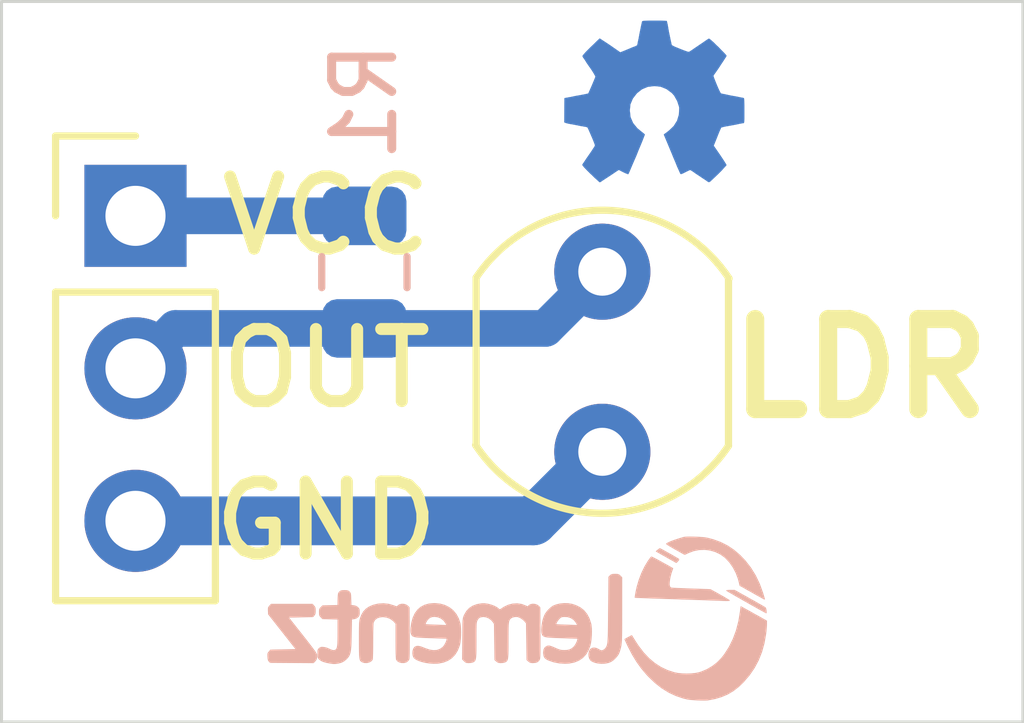
<source format=kicad_pcb>
(kicad_pcb (version 20171130) (host pcbnew 5.1.5-52549c5~86~ubuntu16.04.1)

  (general
    (thickness 1.6)
    (drawings 8)
    (tracks 7)
    (zones 0)
    (modules 7)
    (nets 4)
  )

  (page A4)
  (title_block
    (title "LDR Module")
    (date 2020-11-12)
    (rev V1.0)
    (company "Elementz Engineers Guild Pvt Ltd")
    (comment 1 "Verified by : Jerryl")
    (comment 2 "Drawn by : Anandu")
  )

  (layers
    (0 F.Cu signal)
    (31 B.Cu signal)
    (32 B.Adhes user hide)
    (33 F.Adhes user hide)
    (34 B.Paste user)
    (35 F.Paste user)
    (36 B.SilkS user)
    (37 F.SilkS user)
    (38 B.Mask user)
    (39 F.Mask user)
    (40 Dwgs.User user)
    (41 Cmts.User user)
    (42 Eco1.User user)
    (43 Eco2.User user)
    (44 Edge.Cuts user)
    (45 Margin user hide)
    (46 B.CrtYd user hide)
    (47 F.CrtYd user hide)
    (48 B.Fab user hide)
    (49 F.Fab user hide)
  )

  (setup
    (last_trace_width 0.6096)
    (trace_clearance 0.2)
    (zone_clearance 0.508)
    (zone_45_only no)
    (trace_min 0.2)
    (via_size 0.8)
    (via_drill 0.4)
    (via_min_size 0.4)
    (via_min_drill 0.3)
    (uvia_size 0.3)
    (uvia_drill 0.1)
    (uvias_allowed no)
    (uvia_min_size 0.2)
    (uvia_min_drill 0.1)
    (edge_width 0.05)
    (segment_width 0.2)
    (pcb_text_width 0.3)
    (pcb_text_size 1.5 1.5)
    (mod_edge_width 0.12)
    (mod_text_size 1 1)
    (mod_text_width 0.15)
    (pad_size 1.524 1.524)
    (pad_drill 0.762)
    (pad_to_mask_clearance 0)
    (aux_axis_origin 0 0)
    (visible_elements FFFFFF7F)
    (pcbplotparams
      (layerselection 0x010f4_fffffffe)
      (usegerberextensions false)
      (usegerberattributes true)
      (usegerberadvancedattributes true)
      (creategerberjobfile true)
      (excludeedgelayer true)
      (linewidth 0.100000)
      (plotframeref false)
      (viasonmask false)
      (mode 1)
      (useauxorigin false)
      (hpglpennumber 1)
      (hpglpenspeed 20)
      (hpglpendiameter 15.000000)
      (psnegative false)
      (psa4output false)
      (plotreference true)
      (plotvalue false)
      (plotinvisibletext false)
      (padsonsilk false)
      (subtractmaskfromsilk false)
      (outputformat 1)
      (mirror false)
      (drillshape 0)
      (scaleselection 1)
      (outputdirectory "Gerber"))
  )

  (net 0 "")
  (net 1 GND)
  (net 2 /OUT)
  (net 3 VCC)

  (net_class Default "This is the default net class."
    (clearance 0.2)
    (trace_width 0.6096)
    (via_dia 0.8)
    (via_drill 0.4)
    (uvia_dia 0.3)
    (uvia_drill 0.1)
    (add_net /OUT)
    (add_net VCC)
  )

  (net_class GND ""
    (clearance 0.2)
    (trace_width 0.8128)
    (via_dia 0.8)
    (via_drill 0.4)
    (uvia_dia 0.3)
    (uvia_drill 0.1)
    (add_net GND)
  )

  (module OSHW-logo:OSHW-logo_copper-back_3mm (layer B.Cu) (tedit 0) (tstamp 5FABBC4F)
    (at 145.161 84.709 180)
    (fp_text reference G*** (at 0 -1.59004 180) (layer F.SilkS) hide
      (effects (font (size 0.13462 0.13462) (thickness 0.0254)))
    )
    (fp_text value OSHW-logo_copper-back_3mm (at 0 1.59004 180) (layer F.SilkS) hide
      (effects (font (size 0.13462 0.13462) (thickness 0.0254)))
    )
    (fp_poly (pts (xy 0.90932 -1.3462) (xy 0.89154 -1.33858) (xy 0.85852 -1.31572) (xy 0.80772 -1.2827)
      (xy 0.7493 -1.2446) (xy 0.68834 -1.20396) (xy 0.64008 -1.17094) (xy 0.60452 -1.14808)
      (xy 0.59182 -1.14046) (xy 0.5842 -1.143) (xy 0.55626 -1.15824) (xy 0.51562 -1.17856)
      (xy 0.49022 -1.19126) (xy 0.45212 -1.2065) (xy 0.43434 -1.21158) (xy 0.4318 -1.2065)
      (xy 0.41656 -1.17602) (xy 0.39624 -1.12776) (xy 0.3683 -1.06172) (xy 0.33528 -0.98552)
      (xy 0.29972 -0.90424) (xy 0.2667 -0.82042) (xy 0.23368 -0.74168) (xy 0.2032 -0.66802)
      (xy 0.18034 -0.6096) (xy 0.1651 -0.56896) (xy 0.15748 -0.55118) (xy 0.16002 -0.54864)
      (xy 0.1778 -0.53086) (xy 0.21082 -0.50546) (xy 0.28194 -0.44704) (xy 0.35306 -0.36068)
      (xy 0.39624 -0.26162) (xy 0.40894 -0.14986) (xy 0.39878 -0.04826) (xy 0.35814 0.04826)
      (xy 0.28956 0.13716) (xy 0.20574 0.2032) (xy 0.10922 0.24384) (xy 0 0.25654)
      (xy -0.10414 0.24638) (xy -0.2032 0.20574) (xy -0.2921 0.1397) (xy -0.3302 0.09652)
      (xy -0.381 0.00508) (xy -0.41148 -0.0889) (xy -0.41402 -0.11176) (xy -0.40894 -0.21844)
      (xy -0.37846 -0.32004) (xy -0.32258 -0.40894) (xy -0.24638 -0.4826) (xy -0.23622 -0.49022)
      (xy -0.20066 -0.51816) (xy -0.17526 -0.53594) (xy -0.15748 -0.55118) (xy -0.2921 -0.87376)
      (xy -0.31242 -0.92456) (xy -0.35052 -1.01346) (xy -0.381 -1.08966) (xy -0.40894 -1.15062)
      (xy -0.42672 -1.19126) (xy -0.43434 -1.2065) (xy -0.44704 -1.20904) (xy -0.4699 -1.20142)
      (xy -0.51562 -1.17856) (xy -0.5461 -1.16332) (xy -0.57912 -1.14808) (xy -0.59436 -1.14046)
      (xy -0.6096 -1.14808) (xy -0.64262 -1.1684) (xy -0.68834 -1.20142) (xy -0.74676 -1.23952)
      (xy -0.80264 -1.27762) (xy -0.85344 -1.31064) (xy -0.889 -1.33604) (xy -0.90678 -1.34366)
      (xy -0.90932 -1.34366) (xy -0.9271 -1.33604) (xy -0.95504 -1.31064) (xy -0.99822 -1.27)
      (xy -1.06172 -1.20904) (xy -1.07188 -1.19888) (xy -1.12268 -1.14808) (xy -1.16332 -1.10236)
      (xy -1.19126 -1.07188) (xy -1.20142 -1.05918) (xy -1.19126 -1.0414) (xy -1.1684 -1.0033)
      (xy -1.13538 -0.9525) (xy -1.09474 -0.89154) (xy -0.98806 -0.7366) (xy -1.04648 -0.59182)
      (xy -1.06426 -0.5461) (xy -1.08712 -0.49022) (xy -1.1049 -0.45212) (xy -1.11252 -0.43434)
      (xy -1.1303 -0.42926) (xy -1.1684 -0.4191) (xy -1.22682 -0.40894) (xy -1.29794 -0.39624)
      (xy -1.36398 -0.38354) (xy -1.4224 -0.37084) (xy -1.46558 -0.36322) (xy -1.4859 -0.36068)
      (xy -1.49098 -0.3556) (xy -1.49352 -0.34798) (xy -1.49606 -0.32766) (xy -1.4986 -0.28956)
      (xy -1.4986 -0.23368) (xy -1.4986 -0.14986) (xy -1.4986 -0.14224) (xy -1.4986 -0.0635)
      (xy -1.49606 0) (xy -1.49352 0.0381) (xy -1.49098 0.05588) (xy -1.4732 0.06096)
      (xy -1.43002 0.06858) (xy -1.3716 0.08128) (xy -1.30048 0.09398) (xy -1.2954 0.09398)
      (xy -1.22428 0.10922) (xy -1.16586 0.12192) (xy -1.12268 0.12954) (xy -1.1049 0.13716)
      (xy -1.10236 0.14224) (xy -1.08712 0.17018) (xy -1.0668 0.21336) (xy -1.04394 0.2667)
      (xy -1.02108 0.32258) (xy -1.00076 0.37338) (xy -0.98806 0.40894) (xy -0.98298 0.42672)
      (xy -0.99314 0.4445) (xy -1.01854 0.48006) (xy -1.0541 0.53086) (xy -1.09474 0.59182)
      (xy -1.09728 0.5969) (xy -1.13792 0.65786) (xy -1.17094 0.70866) (xy -1.1938 0.74422)
      (xy -1.20142 0.75946) (xy -1.20142 0.762) (xy -1.18872 0.77978) (xy -1.15824 0.8128)
      (xy -1.11252 0.85852) (xy -1.06172 0.91186) (xy -1.04394 0.9271) (xy -0.98552 0.98552)
      (xy -0.94488 1.02108) (xy -0.91948 1.0414) (xy -0.90932 1.04648) (xy -0.90678 1.04648)
      (xy -0.889 1.03632) (xy -0.8509 1.01092) (xy -0.8001 0.97536) (xy -0.73914 0.93472)
      (xy -0.7366 0.93218) (xy -0.67564 0.89154) (xy -0.62484 0.85598) (xy -0.58928 0.83312)
      (xy -0.57404 0.8255) (xy -0.5715 0.8255) (xy -0.54864 0.83058) (xy -0.50546 0.84582)
      (xy -0.45212 0.86614) (xy -0.39624 0.889) (xy -0.34544 0.90932) (xy -0.30988 0.9271)
      (xy -0.2921 0.93726) (xy -0.28956 0.93726) (xy -0.28448 0.96012) (xy -0.27432 1.00584)
      (xy -0.26162 1.0668) (xy -0.24638 1.14046) (xy -0.24384 1.15062) (xy -0.23114 1.22428)
      (xy -0.22098 1.2827) (xy -0.21082 1.32334) (xy -0.20828 1.34112) (xy -0.19812 1.34112)
      (xy -0.16256 1.34366) (xy -0.10922 1.3462) (xy -0.04318 1.3462) (xy 0.02286 1.3462)
      (xy 0.0889 1.3462) (xy 0.14478 1.34366) (xy 0.18542 1.34112) (xy 0.2032 1.33604)
      (xy 0.20828 1.31318) (xy 0.21844 1.27) (xy 0.23114 1.2065) (xy 0.24638 1.13284)
      (xy 0.24892 1.12014) (xy 0.26162 1.04902) (xy 0.27432 0.9906) (xy 0.28194 0.94996)
      (xy 0.28702 0.93472) (xy 0.2921 0.93218) (xy 0.32258 0.91694) (xy 0.37084 0.89916)
      (xy 0.42926 0.87376) (xy 0.56642 0.81788) (xy 0.73406 0.93472) (xy 0.7493 0.94488)
      (xy 0.81026 0.98552) (xy 0.86106 1.01854) (xy 0.89662 1.0414) (xy 0.90932 1.04902)
      (xy 0.91186 1.04902) (xy 0.9271 1.03378) (xy 0.96012 1.0033) (xy 1.00584 0.95758)
      (xy 1.05918 0.90678) (xy 1.09982 0.86614) (xy 1.14554 0.82042) (xy 1.17348 0.7874)
      (xy 1.19126 0.76708) (xy 1.19634 0.75438) (xy 1.1938 0.74676) (xy 1.18364 0.72898)
      (xy 1.15824 0.69342) (xy 1.12522 0.64008) (xy 1.08458 0.58166) (xy 1.04902 0.53086)
      (xy 1.01346 0.47498) (xy 0.9906 0.43434) (xy 0.98044 0.41656) (xy 0.98298 0.4064)
      (xy 0.99568 0.37338) (xy 1.016 0.32512) (xy 1.0414 0.26416) (xy 1.09982 0.13208)
      (xy 1.18618 0.1143) (xy 1.23952 0.10414) (xy 1.31318 0.09144) (xy 1.3843 0.0762)
      (xy 1.49606 0.05588) (xy 1.4986 -0.34798) (xy 1.48082 -0.3556) (xy 1.46558 -0.36068)
      (xy 1.42494 -0.37084) (xy 1.36652 -0.381) (xy 1.29794 -0.3937) (xy 1.23698 -0.4064)
      (xy 1.17856 -0.41656) (xy 1.13538 -0.42418) (xy 1.1176 -0.42926) (xy 1.11252 -0.43434)
      (xy 1.09728 -0.46482) (xy 1.07696 -0.51054) (xy 1.0541 -0.56388) (xy 1.0287 -0.6223)
      (xy 1.00838 -0.6731) (xy 0.99314 -0.71374) (xy 0.98806 -0.73406) (xy 0.99568 -0.7493)
      (xy 1.01854 -0.78486) (xy 1.05156 -0.83566) (xy 1.0922 -0.89408) (xy 1.13284 -0.9525)
      (xy 1.16586 -1.0033) (xy 1.19126 -1.03886) (xy 1.19888 -1.05664) (xy 1.1938 -1.0668)
      (xy 1.17094 -1.09474) (xy 1.12776 -1.14046) (xy 1.06172 -1.2065) (xy 1.04902 -1.21666)
      (xy 0.99822 -1.26746) (xy 0.9525 -1.3081) (xy 0.92202 -1.33604) (xy 0.90932 -1.3462)) (layer B.Cu) (width 0.00254))
  )

  (module Logo:LOGO_8 (layer B.Cu) (tedit 0) (tstamp 5FAC182F)
    (at 142.881524 93.322196 180)
    (fp_text reference G*** (at 0 0) (layer B.SilkS) hide
      (effects (font (size 1.524 1.524) (thickness 0.3)) (justify mirror))
    )
    (fp_text value LOGO (at 0.75 0) (layer B.SilkS) hide
      (effects (font (size 1.524 1.524) (thickness 0.3)) (justify mirror))
    )
    (fp_poly (pts (xy -3.718405 0.19203) (xy -3.715389 0.170434) (xy -3.711427 0.139492) (xy -3.708871 0.118533)
      (xy -3.682269 -0.043527) (xy -3.642532 -0.196306) (xy -3.589886 -0.339242) (xy -3.524555 -0.471779)
      (xy -3.446765 -0.593357) (xy -3.395962 -0.658707) (xy -3.326367 -0.730115) (xy -3.244608 -0.793452)
      (xy -3.154482 -0.846301) (xy -3.059786 -0.886247) (xy -3.018366 -0.898921) (xy -2.960659 -0.910251)
      (xy -2.891944 -0.917009) (xy -2.817517 -0.919201) (xy -2.742673 -0.916836) (xy -2.672707 -0.90992)
      (xy -2.612914 -0.898461) (xy -2.612534 -0.898362) (xy -2.496847 -0.860464) (xy -2.388295 -0.808691)
      (xy -2.286307 -0.742582) (xy -2.190311 -0.661676) (xy -2.099738 -0.565512) (xy -2.014015 -0.45363)
      (xy -1.961045 -0.372936) (xy -1.902891 -0.279122) (xy -1.846795 -0.310139) (xy -1.819568 -0.32529)
      (xy -1.798755 -0.337055) (xy -1.788227 -0.343241) (xy -1.787729 -0.343587) (xy -1.790205 -0.351619)
      (xy -1.798965 -0.37224) (xy -1.812835 -0.402838) (xy -1.830639 -0.440802) (xy -1.843498 -0.467635)
      (xy -1.913108 -0.601569) (xy -1.98644 -0.721942) (xy -2.065737 -0.83206) (xy -2.153241 -0.935232)
      (xy -2.180167 -0.964004) (xy -2.288411 -1.067746) (xy -2.399705 -1.155273) (xy -2.515072 -1.227183)
      (xy -2.635533 -1.284073) (xy -2.762109 -1.326539) (xy -2.827866 -1.34252) (xy -2.858635 -1.347368)
      (xy -2.901251 -1.351741) (xy -2.951556 -1.355451) (xy -3.005389 -1.358313) (xy -3.058588 -1.36014)
      (xy -3.106994 -1.360746) (xy -3.146445 -1.359944) (xy -3.170767 -1.357878) (xy -3.292353 -1.334261)
      (xy -3.401416 -1.301711) (xy -3.500562 -1.258901) (xy -3.592396 -1.204503) (xy -3.679524 -1.137192)
      (xy -3.764552 -1.055639) (xy -3.764743 -1.055438) (xy -3.862206 -0.941805) (xy -3.944999 -0.820891)
      (xy -4.013446 -0.691993) (xy -4.067872 -0.554408) (xy -4.108601 -0.407433) (xy -4.135819 -0.25145)
      (xy -4.141113 -0.205168) (xy -4.145348 -0.158436) (xy -4.14801 -0.117511) (xy -4.148666 -0.094409)
      (xy -4.148666 -0.037285) (xy -3.935047 0.082416) (xy -3.880527 0.112888) (xy -3.831042 0.140392)
      (xy -3.788445 0.163913) (xy -3.754589 0.182432) (xy -3.731327 0.194931) (xy -3.720512 0.200394)
      (xy -3.719971 0.200542) (xy -3.718405 0.19203)) (layer B.SilkS) (width 0.01))
    (fp_poly (pts (xy -1.593291 0.740138) (xy -1.572403 0.737014) (xy -1.557505 0.729906) (xy -1.543242 0.717367)
      (xy -1.519766 0.693901) (xy -1.514979 0.1501) (xy -1.513963 0.037214) (xy -1.512989 -0.060053)
      (xy -1.511971 -0.143015) (xy -1.51082 -0.212984) (xy -1.509449 -0.271276) (xy -1.507771 -0.319202)
      (xy -1.505698 -0.358078) (xy -1.503144 -0.389216) (xy -1.500021 -0.413931) (xy -1.496242 -0.433535)
      (xy -1.491718 -0.449343) (xy -1.486364 -0.462668) (xy -1.480091 -0.474824) (xy -1.472812 -0.487124)
      (xy -1.472585 -0.487496) (xy -1.449065 -0.513637) (xy -1.419047 -0.529944) (xy -1.398567 -0.5334)
      (xy -1.383157 -0.528847) (xy -1.361009 -0.517336) (xy -1.350452 -0.510605) (xy -1.313825 -0.49275)
      (xy -1.276347 -0.486447) (xy -1.242317 -0.49171) (xy -1.216033 -0.508556) (xy -1.21464 -0.510116)
      (xy -1.19612 -0.543061) (xy -1.187496 -0.58359) (xy -1.188641 -0.626244) (xy -1.199426 -0.665561)
      (xy -1.218976 -0.695345) (xy -1.248741 -0.715733) (xy -1.290824 -0.731966) (xy -1.340931 -0.743169)
      (xy -1.394768 -0.748471) (xy -1.44804 -0.746997) (xy -1.463483 -0.745071) (xy -1.51658 -0.734017)
      (xy -1.559106 -0.71694) (xy -1.597138 -0.69064) (xy -1.63321 -0.655734) (xy -1.662427 -0.622246)
      (xy -1.681999 -0.593247) (xy -1.695636 -0.562813) (xy -1.700449 -0.548297) (xy -1.708138 -0.523094)
      (xy -1.714745 -0.50017) (xy -1.720352 -0.478062) (xy -1.725042 -0.455308) (xy -1.728897 -0.430445)
      (xy -1.732001 -0.402011) (xy -1.734435 -0.368544) (xy -1.736283 -0.328582) (xy -1.737627 -0.280662)
      (xy -1.73855 -0.223321) (xy -1.739134 -0.155098) (xy -1.739463 -0.07453) (xy -1.739618 0.019845)
      (xy -1.739683 0.129489) (xy -1.739689 0.145872) (xy -1.7399 0.685443) (xy -1.71222 0.713138)
      (xy -1.696245 0.727857) (xy -1.68157 0.736165) (xy -1.66251 0.739879) (xy -1.633379 0.740819)
      (xy -1.625629 0.740833) (xy -1.593291 0.740138)) (layer B.SilkS) (width 0.01))
    (fp_poly (pts (xy -0.709625 0.24682) (xy -0.646146 0.232159) (xy -0.592655 0.210063) (xy -0.588142 0.207518)
      (xy -0.553498 0.182291) (xy -0.516899 0.147404) (xy -0.483641 0.1085) (xy -0.45902 0.071224)
      (xy -0.457464 0.068251) (xy -0.439082 0.024592) (xy -0.423614 -0.026731) (xy -0.41165 -0.081747)
      (xy -0.403777 -0.136484) (xy -0.400586 -0.186968) (xy -0.402665 -0.229228) (xy -0.409307 -0.256421)
      (xy -0.416166 -0.271006) (xy -0.42447 -0.282869) (xy -0.435986 -0.292364) (xy -0.45248 -0.299846)
      (xy -0.475715 -0.305669) (xy -0.507459 -0.310187) (xy -0.549475 -0.313755) (xy -0.60353 -0.316726)
      (xy -0.671389 -0.319455) (xy -0.73418 -0.321615) (xy -0.798144 -0.323732) (xy -0.856798 -0.32566)
      (xy -0.907958 -0.327327) (xy -0.949439 -0.328663) (xy -0.979056 -0.329597) (xy -0.994622 -0.330059)
      (xy -0.996267 -0.330095) (xy -1.002431 -0.33673) (xy -1.00089 -0.354079) (xy -0.99314 -0.378639)
      (xy -0.980678 -0.406909) (xy -0.965 -0.435386) (xy -0.947603 -0.460569) (xy -0.934225 -0.475283)
      (xy -0.900743 -0.501974) (xy -0.866628 -0.518413) (xy -0.826406 -0.526522) (xy -0.783167 -0.528298)
      (xy -0.747528 -0.527324) (xy -0.719037 -0.523646) (xy -0.691011 -0.515729) (xy -0.656767 -0.502039)
      (xy -0.643467 -0.496216) (xy -0.597416 -0.476215) (xy -0.563503 -0.462814) (xy -0.53859 -0.455305)
      (xy -0.51954 -0.452979) (xy -0.503214 -0.455125) (xy -0.486938 -0.460844) (xy -0.45736 -0.48178)
      (xy -0.439431 -0.515002) (xy -0.433154 -0.5605) (xy -0.434316 -0.587082) (xy -0.441084 -0.625165)
      (xy -0.455406 -0.653119) (xy -0.480406 -0.674944) (xy -0.517936 -0.694091) (xy -0.603535 -0.723279)
      (xy -0.696588 -0.741572) (xy -0.790865 -0.748052) (xy -0.859367 -0.744524) (xy -0.944959 -0.727803)
      (xy -1.020004 -0.697845) (xy -1.084323 -0.654803) (xy -1.137737 -0.598827) (xy -1.180068 -0.530066)
      (xy -1.211118 -0.448733) (xy -1.221522 -0.401538) (xy -1.229184 -0.344067) (xy -1.233928 -0.281127)
      (xy -1.235581 -0.217527) (xy -1.233966 -0.158074) (xy -1.2293 -0.111473) (xy -1.000128 -0.111473)
      (xy -0.823914 -0.105456) (xy -0.771174 -0.10356) (xy -0.724495 -0.101701) (xy -0.686405 -0.099995)
      (xy -0.659437 -0.098558) (xy -0.646121 -0.097504) (xy -0.645171 -0.097285) (xy -0.643859 -0.086017)
      (xy -0.651504 -0.065955) (xy -0.666028 -0.04115) (xy -0.685351 -0.015651) (xy -0.689481 -0.010965)
      (xy -0.710361 0.010888) (xy -0.72726 0.023104) (xy -0.747052 0.029041) (xy -0.776613 0.032059)
      (xy -0.777687 0.032137) (xy -0.837451 0.028856) (xy -0.891852 0.010982) (xy -0.938425 -0.020161)
      (xy -0.974701 -0.063248) (xy -0.983163 -0.078218) (xy -1.000128 -0.111473) (xy -1.2293 -0.111473)
      (xy -1.228909 -0.107576) (xy -1.224386 -0.084511) (xy -1.196226 0.001691) (xy -1.157905 0.074552)
      (xy -1.108785 0.134732) (xy -1.048227 0.182895) (xy -0.975591 0.219701) (xy -0.909974 0.240994)
      (xy -0.846541 0.251758) (xy -0.77809 0.253527) (xy -0.709625 0.24682)) (layer B.SilkS) (width 0.01))
    (fp_poly (pts (xy 1.467773 0.247228) (xy 1.54262 0.22694) (xy 1.607244 0.193178) (xy 1.661604 0.145983)
      (xy 1.705662 0.085398) (xy 1.739377 0.011463) (xy 1.762711 -0.075779) (xy 1.774401 -0.16091)
      (xy 1.776542 -0.200849) (xy 1.774387 -0.23006) (xy 1.767465 -0.254312) (xy 1.766585 -0.256464)
      (xy 1.75974 -0.271038) (xy 1.751443 -0.282891) (xy 1.739928 -0.29238) (xy 1.72343 -0.299856)
      (xy 1.700185 -0.305676) (xy 1.668428 -0.310192) (xy 1.626393 -0.313758) (xy 1.572315 -0.31673)
      (xy 1.50443 -0.319459) (xy 1.441753 -0.321615) (xy 1.37779 -0.323732) (xy 1.319135 -0.32566)
      (xy 1.267975 -0.327327) (xy 1.226494 -0.328663) (xy 1.196878 -0.329597) (xy 1.181311 -0.330059)
      (xy 1.179666 -0.330095) (xy 1.173502 -0.33673) (xy 1.175044 -0.354079) (xy 1.182794 -0.378639)
      (xy 1.195255 -0.406909) (xy 1.210933 -0.435386) (xy 1.22833 -0.460569) (xy 1.241708 -0.475283)
      (xy 1.286866 -0.507777) (xy 1.337639 -0.52615) (xy 1.394933 -0.530432) (xy 1.459654 -0.520654)
      (xy 1.532709 -0.496845) (xy 1.558931 -0.485857) (xy 1.610452 -0.466266) (xy 1.651416 -0.457948)
      (xy 1.683802 -0.460795) (xy 1.709591 -0.474698) (xy 1.712708 -0.477447) (xy 1.730808 -0.504422)
      (xy 1.741041 -0.540866) (xy 1.743245 -0.581171) (xy 1.737262 -0.619727) (xy 1.72293 -0.650927)
      (xy 1.717838 -0.65712) (xy 1.687456 -0.680195) (xy 1.643498 -0.701045) (xy 1.589257 -0.718949)
      (xy 1.528023 -0.733186) (xy 1.463088 -0.743035) (xy 1.397743 -0.747775) (xy 1.335279 -0.746686)
      (xy 1.316567 -0.745004) (xy 1.231026 -0.728381) (xy 1.156068 -0.698544) (xy 1.091767 -0.655557)
      (xy 1.038198 -0.599487) (xy 0.995435 -0.530396) (xy 0.963554 -0.448349) (xy 0.960018 -0.436033)
      (xy 0.951821 -0.394922) (xy 0.945867 -0.34214) (xy 0.942268 -0.282582) (xy 0.941133 -0.221141)
      (xy 0.942576 -0.162713) (xy 0.946705 -0.112193) (xy 0.946826 -0.111473) (xy 1.175805 -0.111473)
      (xy 1.352019 -0.105456) (xy 1.404816 -0.103526) (xy 1.451606 -0.101573) (xy 1.489844 -0.099724)
      (xy 1.516986 -0.098104) (xy 1.530488 -0.09684) (xy 1.53149 -0.096557) (xy 1.531262 -0.086738)
      (xy 1.523955 -0.067909) (xy 1.512012 -0.045064) (xy 1.497874 -0.023199) (xy 1.491865 -0.015504)
      (xy 1.459329 0.01382) (xy 1.420787 0.029617) (xy 1.378371 0.033681) (xy 1.321257 0.025459)
      (xy 1.269083 0.002554) (xy 1.225002 -0.033122) (xy 1.192494 -0.07902) (xy 1.175805 -0.111473)
      (xy 0.946826 -0.111473) (xy 0.951966 -0.08098) (xy 0.979416 0.002939) (xy 1.019525 0.076022)
      (xy 1.071376 0.137559) (xy 1.134053 0.186835) (xy 1.206639 0.223139) (xy 1.28822 0.245758)
      (xy 1.377879 0.25398) (xy 1.38274 0.254) (xy 1.467773 0.247228)) (layer B.SilkS) (width 0.01))
    (fp_poly (pts (xy 2.911001 0.469203) (xy 2.931889 0.466073) (xy 2.946793 0.458955) (xy 2.961024 0.446448)
      (xy 2.97102 0.435674) (xy 2.977798 0.424678) (xy 2.982107 0.409927) (xy 2.984697 0.387883)
      (xy 2.986315 0.355013) (xy 2.987308 0.322327) (xy 2.990117 0.221659) (xy 3.116276 0.218779)
      (xy 3.242436 0.2159) (xy 3.270101 0.188221) (xy 3.285319 0.171509) (xy 3.293629 0.156019)
      (xy 3.297092 0.135618) (xy 3.297767 0.105833) (xy 3.297015 0.074989) (xy 3.293386 0.054925)
      (xy 3.284821 0.039509) (xy 3.270101 0.023446) (xy 3.242436 -0.004233) (xy 3.115585 -0.007126)
      (xy 2.988733 -0.01002) (xy 2.988781 -0.22726) (xy 2.989065 -0.303536) (xy 2.990043 -0.364743)
      (xy 2.991961 -0.412741) (xy 2.995064 -0.449386) (xy 2.999596 -0.476539) (xy 3.005803 -0.496058)
      (xy 3.013929 -0.509801) (xy 3.02422 -0.519627) (xy 3.027637 -0.522005) (xy 3.049237 -0.529815)
      (xy 3.076943 -0.527581) (xy 3.113153 -0.514839) (xy 3.145367 -0.499142) (xy 3.174308 -0.487793)
      (xy 3.209432 -0.479134) (xy 3.226253 -0.476715) (xy 3.255028 -0.474922) (xy 3.273923 -0.47769)
      (xy 3.289731 -0.486608) (xy 3.29822 -0.493542) (xy 3.310686 -0.505308) (xy 3.318114 -0.51718)
      (xy 3.321803 -0.533802) (xy 3.32305 -0.55982) (xy 3.323167 -0.582785) (xy 3.322602 -0.617907)
      (xy 3.320155 -0.640946) (xy 3.314699 -0.656736) (xy 3.305108 -0.670109) (xy 3.302 -0.673568)
      (xy 3.273652 -0.697) (xy 3.234929 -0.715888) (xy 3.183456 -0.731199) (xy 3.137431 -0.740504)
      (xy 3.097187 -0.747242) (xy 3.067856 -0.750939) (xy 3.043719 -0.751728) (xy 3.019054 -0.74974)
      (xy 2.988142 -0.745108) (xy 2.981988 -0.744089) (xy 2.930346 -0.73102) (xy 2.887316 -0.708804)
      (xy 2.850452 -0.678517) (xy 2.829465 -0.657289) (xy 2.812269 -0.636034) (xy 2.798454 -0.612808)
      (xy 2.787611 -0.585667) (xy 2.779329 -0.552668) (xy 2.773198 -0.511866) (xy 2.768809 -0.461318)
      (xy 2.765751 -0.399078) (xy 2.763614 -0.323204) (xy 2.762452 -0.261321) (xy 2.758325 -0.010408)
      (xy 2.718391 -0.005111) (xy 2.68375 0.003938) (xy 2.656981 0.022712) (xy 2.653678 0.026049)
      (xy 2.639855 0.042396) (xy 2.632383 0.058713) (xy 2.629371 0.081121) (xy 2.6289 0.106227)
      (xy 2.629714 0.13716) (xy 2.633454 0.157248) (xy 2.642071 0.172552) (xy 2.654653 0.186294)
      (xy 2.678557 0.204833) (xy 2.707466 0.214684) (xy 2.723819 0.217188) (xy 2.767232 0.22233)
      (xy 2.770033 0.322663) (xy 2.771415 0.365537) (xy 2.773231 0.395025) (xy 2.776232 0.41467)
      (xy 2.78117 0.428016) (xy 2.788799 0.438608) (xy 2.796309 0.446448) (xy 2.810674 0.459048)
      (xy 2.82561 0.46612) (xy 2.846582 0.469219) (xy 2.878667 0.4699) (xy 2.911001 0.469203)) (layer B.SilkS) (width 0.01))
    (fp_poly (pts (xy 0.671714 0.237324) (xy 0.741274 0.211933) (xy 0.799341 0.174446) (xy 0.846442 0.124501)
      (xy 0.883102 0.061737) (xy 0.890406 0.044724) (xy 0.89536 0.03203) (xy 0.899424 0.019685)
      (xy 0.9027 0.005907) (xy 0.90529 -0.011084) (xy 0.907298 -0.033071) (xy 0.908826 -0.061834)
      (xy 0.909976 -0.099154) (xy 0.910852 -0.146813) (xy 0.911556 -0.206593) (xy 0.912191 -0.280273)
      (xy 0.91265 -0.341264) (xy 0.915133 -0.678294) (xy 0.88598 -0.707447) (xy 0.867084 -0.724509)
      (xy 0.849879 -0.733214) (xy 0.827132 -0.736303) (xy 0.808993 -0.7366) (xy 0.775905 -0.73411)
      (xy 0.746457 -0.727689) (xy 0.735513 -0.723337) (xy 0.723089 -0.716234) (xy 0.712924 -0.707909)
      (xy 0.704793 -0.696702) (xy 0.698469 -0.680948) (xy 0.693726 -0.658984) (xy 0.690338 -0.629149)
      (xy 0.688079 -0.589779) (xy 0.686723 -0.539212) (xy 0.686044 -0.475784) (xy 0.685816 -0.397832)
      (xy 0.6858 -0.357666) (xy 0.685771 -0.279151) (xy 0.685611 -0.215694) (xy 0.685214 -0.16542)
      (xy 0.684471 -0.126453) (xy 0.683275 -0.096917) (xy 0.68152 -0.074938) (xy 0.679097 -0.05864)
      (xy 0.675899 -0.046147) (xy 0.671819 -0.035584) (xy 0.66675 -0.025077) (xy 0.650257 0.00144)
      (xy 0.630675 0.017256) (xy 0.613525 0.024516) (xy 0.567622 0.031901) (xy 0.519472 0.02496)
      (xy 0.472888 0.00518) (xy 0.431684 -0.025953) (xy 0.4064 -0.056168) (xy 0.385234 -0.087614)
      (xy 0.381 -0.387413) (xy 0.376767 -0.687213) (xy 0.349117 -0.711906) (xy 0.329419 -0.726943)
      (xy 0.309418 -0.73433) (xy 0.281603 -0.736555) (xy 0.274613 -0.7366) (xy 0.242434 -0.734117)
      (xy 0.213327 -0.727765) (xy 0.202113 -0.723337) (xy 0.189652 -0.716205) (xy 0.179464 -0.707837)
      (xy 0.171321 -0.696563) (xy 0.164995 -0.680717) (xy 0.160258 -0.658627) (xy 0.156881 -0.628627)
      (xy 0.154637 -0.589045) (xy 0.153296 -0.538215) (xy 0.152631 -0.474466) (xy 0.152413 -0.396129)
      (xy 0.1524 -0.359833) (xy 0.152321 -0.276773) (xy 0.151941 -0.208864) (xy 0.151043 -0.154321)
      (xy 0.149411 -0.111362) (xy 0.146829 -0.078204) (xy 0.143081 -0.053063) (xy 0.13795 -0.034157)
      (xy 0.131222 -0.019702) (xy 0.122679 -0.007915) (xy 0.112105 0.002986) (xy 0.107958 0.006855)
      (xy 0.080866 0.022767) (xy 0.041279 0.03094) (xy 0.04125 0.030943) (xy 0.011724 0.032308)
      (xy -0.012312 0.02822) (xy -0.039221 0.016884) (xy -0.049889 0.011388) (xy -0.080355 -0.007975)
      (xy -0.108803 -0.03141) (xy -0.121856 -0.045217) (xy -0.148167 -0.077735) (xy -0.156633 -0.687215)
      (xy -0.184283 -0.711907) (xy -0.203399 -0.726629) (xy -0.222644 -0.734039) (xy -0.249211 -0.736465)
      (xy -0.260483 -0.736568) (xy -0.304977 -0.732259) (xy -0.336089 -0.72004) (xy -0.36215 -0.694602)
      (xy -0.372534 -0.671388) (xy -0.374982 -0.655343) (xy -0.376932 -0.625369) (xy -0.378392 -0.580983)
      (xy -0.37937 -0.5217) (xy -0.379872 -0.447036) (xy -0.379906 -0.356506) (xy -0.37948 -0.249627)
      (xy -0.379345 -0.227033) (xy -0.376767 0.185167) (xy -0.352214 0.210788) (xy -0.324647 0.230044)
      (xy -0.290162 0.240813) (xy -0.253547 0.243075) (xy -0.219592 0.236809) (xy -0.193083 0.221993)
      (xy -0.184214 0.211527) (xy -0.177167 0.202313) (xy -0.168621 0.200791) (xy -0.153079 0.207075)
      (xy -0.142488 0.212404) (xy -0.072037 0.23912) (xy 0.002188 0.250211) (xy 0.07793 0.245873)
      (xy 0.152934 0.226303) (xy 0.224942 0.1917) (xy 0.245536 0.178477) (xy 0.271419 0.161219)
      (xy 0.287377 0.152594) (xy 0.297327 0.151482) (xy 0.305189 0.156764) (xy 0.308658 0.160452)
      (xy 0.339814 0.185753) (xy 0.383397 0.208881) (xy 0.434919 0.228391) (xy 0.489891 0.24284)
      (xy 0.543822 0.250784) (xy 0.590134 0.250979) (xy 0.671714 0.237324)) (layer B.SilkS) (width 0.01))
    (fp_poly (pts (xy 2.315425 0.245931) (xy 2.400776 0.225338) (xy 2.4638 0.19866) (xy 2.518023 0.163161)
      (xy 2.561262 0.117328) (xy 2.594948 0.059331) (xy 2.615432 0.004726) (xy 2.620143 -0.011447)
      (xy 2.623938 -0.027611) (xy 2.626915 -0.045749) (xy 2.629174 -0.067844) (xy 2.630812 -0.095878)
      (xy 2.631927 -0.131836) (xy 2.632618 -0.177699) (xy 2.632983 -0.235452) (xy 2.63312 -0.307077)
      (xy 2.633133 -0.35253) (xy 2.633039 -0.438223) (xy 2.632608 -0.508631) (xy 2.631619 -0.565403)
      (xy 2.629851 -0.610189) (xy 2.627083 -0.644636) (xy 2.623095 -0.670394) (xy 2.617665 -0.689111)
      (xy 2.610572 -0.702436) (xy 2.601596 -0.712018) (xy 2.590514 -0.719505) (xy 2.583421 -0.723337)
      (xy 2.547396 -0.734884) (xy 2.508267 -0.736134) (xy 2.470477 -0.72819) (xy 2.438465 -0.712154)
      (xy 2.416673 -0.689127) (xy 2.412789 -0.681011) (xy 2.410672 -0.667015) (xy 2.408789 -0.637913)
      (xy 2.40719 -0.595534) (xy 2.405924 -0.541704) (xy 2.405039 -0.478251) (xy 2.404585 -0.407003)
      (xy 2.404533 -0.372533) (xy 2.404253 -0.285624) (xy 2.403428 -0.211622) (xy 2.402082 -0.151351)
      (xy 2.40024 -0.105633) (xy 2.397924 -0.075292) (xy 2.395503 -0.061934) (xy 2.371936 -0.021181)
      (xy 2.33662 0.007521) (xy 2.289432 0.024244) (xy 2.239434 0.029097) (xy 2.175445 0.021683)
      (xy 2.116994 -0.00111) (xy 2.06632 -0.038313) (xy 2.053924 -0.051076) (xy 2.023534 -0.084715)
      (xy 2.023534 -0.372006) (xy 2.023291 -0.446287) (xy 2.022597 -0.513592) (xy 2.0215 -0.572097)
      (xy 2.020048 -0.619977) (xy 2.018291 -0.655411) (xy 2.016276 -0.676574) (xy 2.015278 -0.681011)
      (xy 1.997392 -0.70603) (xy 1.968065 -0.724283) (xy 1.931781 -0.734751) (xy 1.893027 -0.736416)
      (xy 1.85629 -0.728258) (xy 1.840825 -0.720636) (xy 1.819787 -0.702609) (xy 1.80492 -0.680983)
      (xy 1.804608 -0.68025) (xy 1.802142 -0.669412) (xy 1.80013 -0.649251) (xy 1.798556 -0.618731)
      (xy 1.797401 -0.57682) (xy 1.796647 -0.522485) (xy 1.796277 -0.454693) (xy 1.796271 -0.37241)
      (xy 1.796612 -0.274602) (xy 1.796816 -0.235299) (xy 1.799167 0.185167) (xy 1.82372 0.210788)
      (xy 1.852183 0.230622) (xy 1.887566 0.241335) (xy 1.924971 0.242909) (xy 1.9595 0.235329)
      (xy 1.986254 0.218577) (xy 1.992308 0.211371) (xy 1.99918 0.203081) (xy 2.007413 0.200277)
      (xy 2.021402 0.20326) (xy 2.045541 0.212335) (xy 2.053718 0.215607) (xy 2.139128 0.24118)
      (xy 2.227286 0.25125) (xy 2.315425 0.245931)) (layer B.SilkS) (width 0.01))
    (fp_poly (pts (xy 4.124853 0.212652) (xy 4.138641 0.195857) (xy 4.145942 0.18078) (xy 4.148338 0.161432)
      (xy 4.147407 0.131825) (xy 4.147187 0.127985) (xy 4.143924 0.071967) (xy 3.684466 -0.512233)
      (xy 3.896109 -0.516466) (xy 4.107752 -0.5207) (xy 4.133334 -0.549348) (xy 4.146892 -0.565797)
      (xy 4.154214 -0.580539) (xy 4.156782 -0.599341) (xy 4.156077 -0.627973) (xy 4.155629 -0.636175)
      (xy 4.152459 -0.670779) (xy 4.146752 -0.693504) (xy 4.13706 -0.709372) (xy 4.133343 -0.713361)
      (xy 4.114344 -0.732366) (xy 3.755167 -0.734746) (xy 3.395989 -0.737126) (xy 3.369867 -0.71358)
      (xy 3.34644 -0.68141) (xy 3.336528 -0.640216) (xy 3.339391 -0.597701) (xy 3.344122 -0.585749)
      (xy 3.355534 -0.566342) (xy 3.37424 -0.538643) (xy 3.400856 -0.501816) (xy 3.435996 -0.455023)
      (xy 3.480273 -0.397428) (xy 3.534302 -0.328194) (xy 3.577447 -0.273378) (xy 3.809915 0.021167)
      (xy 3.606009 0.0254) (xy 3.402102 0.029633) (xy 3.381684 0.053389) (xy 3.369921 0.070154)
      (xy 3.363688 0.089426) (xy 3.361417 0.117208) (xy 3.361267 0.131572) (xy 3.362203 0.163135)
      (xy 3.366278 0.18413) (xy 3.375395 0.200875) (xy 3.385972 0.21365) (xy 3.410678 0.2413)
      (xy 4.099256 0.2413) (xy 4.124853 0.212652)) (layer B.SilkS) (width 0.01))
    (fp_poly (pts (xy -3.515773 0.473398) (xy -3.492262 0.471445) (xy -3.480565 0.468653) (xy -3.479952 0.467784)
      (xy -3.487074 0.462758) (xy -3.507183 0.450515) (xy -3.538475 0.432075) (xy -3.579142 0.408461)
      (xy -3.627379 0.380695) (xy -3.68138 0.349798) (xy -3.73934 0.316791) (xy -3.799453 0.282697)
      (xy -3.859913 0.248538) (xy -3.918913 0.215334) (xy -3.974649 0.184109) (xy -4.025314 0.155883)
      (xy -4.069102 0.131678) (xy -4.104208 0.112517) (xy -4.128826 0.09942) (xy -4.14115 0.093409)
      (xy -4.142114 0.093133) (xy -4.143929 0.100675) (xy -4.143544 0.119873) (xy -4.142402 0.13335)
      (xy -4.138007 0.159151) (xy -4.131696 0.178185) (xy -4.128625 0.18282) (xy -4.119178 0.189021)
      (xy -4.096713 0.202421) (xy -4.063012 0.221995) (xy -4.019861 0.246721) (xy -3.969044 0.275574)
      (xy -3.912345 0.307531) (xy -3.866706 0.333104) (xy -3.614378 0.474134) (xy -3.547089 0.474134)
      (xy -3.515773 0.473398)) (layer B.SilkS) (width 0.01))
    (fp_poly (pts (xy -2.220285 1.020939) (xy -2.205561 1.001749) (xy -2.186604 0.975482) (xy -2.177881 0.962987)
      (xy -2.119868 0.867934) (xy -2.067938 0.760524) (xy -2.023681 0.644724) (xy -1.988686 0.524502)
      (xy -1.972472 0.450194) (xy -1.965539 0.412167) (xy -1.960339 0.380773) (xy -1.957399 0.359411)
      (xy -1.957162 0.351522) (xy -1.96587 0.350817) (xy -1.990217 0.349617) (xy -2.028918 0.347972)
      (xy -2.080686 0.345928) (xy -2.144235 0.343532) (xy -2.218281 0.340832) (xy -2.301536 0.337876)
      (xy -2.392716 0.334711) (xy -2.490534 0.331384) (xy -2.593706 0.327942) (xy -2.624666 0.326922)
      (xy -2.732756 0.323352) (xy -2.83852 0.319824) (xy -2.940354 0.316392) (xy -3.03665 0.313114)
      (xy -3.125802 0.310043) (xy -3.206203 0.307236) (xy -3.276246 0.30475) (xy -3.334325 0.302639)
      (xy -3.378833 0.300959) (xy -3.408163 0.299766) (xy -3.40995 0.299687) (xy -3.453426 0.298227)
      (xy -3.489761 0.297942) (xy -3.516051 0.298783) (xy -3.529395 0.300704) (xy -3.530471 0.30166)
      (xy -3.523364 0.307775) (xy -3.503558 0.320723) (xy -3.473207 0.339202) (xy -3.434463 0.361912)
      (xy -3.389482 0.387554) (xy -3.371721 0.397506) (xy -3.2131 0.485978) (xy -2.8956 0.496694)
      (xy -2.823261 0.499236) (xy -2.755743 0.501801) (xy -2.69504 0.504299) (xy -2.643144 0.506639)
      (xy -2.60205 0.508731) (xy -2.573751 0.510485) (xy -2.560242 0.511812) (xy -2.559896 0.511887)
      (xy -2.543954 0.522692) (xy -2.533667 0.539699) (xy -2.529657 0.566556) (xy -2.530713 0.60518)
      (xy -2.536268 0.65137) (xy -2.545757 0.700924) (xy -2.558612 0.74964) (xy -2.564348 0.767311)
      (xy -2.588469 0.83729) (xy -2.412009 0.93572) (xy -2.362288 0.963105) (xy -2.317372 0.987178)
      (xy -2.279386 1.006854) (xy -2.250457 1.021047) (xy -2.232711 1.028673) (xy -2.228151 1.029577)
      (xy -2.220285 1.020939)) (layer B.SilkS) (width 0.01))
    (fp_poly (pts (xy -2.82458 1.361227) (xy -2.789144 1.359026) (xy -2.7686 1.355692) (xy -2.68268 1.330101)
      (xy -2.610519 1.306474) (xy -2.552797 1.285066) (xy -2.51019 1.266135) (xy -2.483377 1.249938)
      (xy -2.478928 1.246061) (xy -2.484149 1.240387) (xy -2.502169 1.227874) (xy -2.530926 1.209803)
      (xy -2.56836 1.187456) (xy -2.612409 1.162113) (xy -2.628736 1.152925) (xy -2.784583 1.065707)
      (xy -2.846441 1.095269) (xy -2.934452 1.128475) (xy -3.025707 1.146444) (xy -3.117989 1.149497)
      (xy -3.209077 1.137954) (xy -3.296754 1.112133) (xy -3.378799 1.072356) (xy -3.452993 1.018941)
      (xy -3.467664 1.005745) (xy -3.532549 0.934796) (xy -3.589988 0.851485) (xy -3.637926 0.759503)
      (xy -3.67431 0.662541) (xy -3.688514 0.609035) (xy -3.701661 0.55082) (xy -3.901284 0.438393)
      (xy -3.962915 0.40369) (xy -4.011375 0.376452) (xy -4.048245 0.355837) (xy -4.075112 0.341001)
      (xy -4.093556 0.331103) (xy -4.105163 0.325299) (xy -4.111516 0.322747) (xy -4.114198 0.322604)
      (xy -4.114792 0.324027) (xy -4.1148 0.32477) (xy -4.112482 0.334147) (xy -4.10617 0.356383)
      (xy -4.096831 0.388148) (xy -4.085497 0.42589) (xy -4.031701 0.576195) (xy -3.964498 0.716713)
      (xy -3.884185 0.846953) (xy -3.79106 0.966423) (xy -3.7029 1.058333) (xy -3.603169 1.143396)
      (xy -3.497868 1.214001) (xy -3.384931 1.271229) (xy -3.262289 1.316164) (xy -3.158067 1.343484)
      (xy -3.125964 1.348797) (xy -3.082803 1.353368) (xy -3.032111 1.357087) (xy -2.977415 1.359843)
      (xy -2.922243 1.361526) (xy -2.870122 1.362024) (xy -2.82458 1.361227)) (layer B.SilkS) (width 0.01))
    (fp_poly (pts (xy -2.361992 1.163434) (xy -2.345071 1.150927) (xy -2.337015 1.144375) (xy -2.308236 1.120349)
      (xy -2.396601 1.070878) (xy -2.442094 1.04533) (xy -2.492421 1.016942) (xy -2.54002 0.989984)
      (xy -2.563954 0.97637) (xy -2.596281 0.958036) (xy -2.622597 0.943298) (xy -2.6398 0.933879)
      (xy -2.64492 0.931334) (xy -2.651403 0.936823) (xy -2.66528 0.950582) (xy -2.671287 0.956789)
      (xy -2.686782 0.976361) (xy -2.688466 0.988885) (xy -2.68681 0.99111) (xy -2.677126 0.997688)
      (xy -2.65558 1.0107) (xy -2.624858 1.028637) (xy -2.587647 1.04999) (xy -2.546632 1.07325)
      (xy -2.5045 1.096907) (xy -2.463937 1.119452) (xy -2.427628 1.139376) (xy -2.398261 1.155171)
      (xy -2.37852 1.165326) (xy -2.371255 1.1684) (xy -2.361992 1.163434)) (layer B.SilkS) (width 0.01))
  )

  (module OptoDevice:R_LDR_5.0x4.1mm_P3mm_Vertical (layer F.Cu) (tedit 5B8603C1) (tstamp 5FAC164F)
    (at 144.295 90.544 90)
    (descr "Resistor, LDR 5x4.1mm, see http://cdn-reichelt.de/documents/datenblatt/A500/A90xxxx%23PE.pdf")
    (tags "Resistor LDR5x4.1mm")
    (path /5FABB566)
    (fp_text reference R2 (at 1.512787 3.216 180) (layer F.Fab)
      (effects (font (size 1 1) (thickness 0.15)))
    )
    (fp_text value LDR (at 1.3 3 90) (layer F.Fab)
      (effects (font (size 1 1) (thickness 0.15)))
    )
    (fp_arc (start 1.5 0) (end 0.2 2.05) (angle 114) (layer F.Fab) (width 0.1))
    (fp_arc (start 1.5 0) (end 2.8 -2.05) (angle 114) (layer F.Fab) (width 0.1))
    (fp_arc (start 1.5 0) (end 0.1 2.1) (angle 113) (layer F.SilkS) (width 0.12))
    (fp_arc (start 1.5 0) (end 2.9 -2.1) (angle 113) (layer F.SilkS) (width 0.12))
    (fp_text user %R (at 1.5 -2.9 90) (layer F.Fab)
      (effects (font (size 1 1) (thickness 0.15)))
    )
    (fp_line (start 0.1 2.1) (end 2.9 2.1) (layer F.SilkS) (width 0.12))
    (fp_line (start 0.1 -2.1) (end 2.9 -2.1) (layer F.SilkS) (width 0.12))
    (fp_line (start 0.6 1.2) (end 2.1 1.2) (layer F.Fab) (width 0.1))
    (fp_line (start 2.1 1.2) (end 2.1 0.6) (layer F.Fab) (width 0.1))
    (fp_line (start 2.1 0.6) (end 0.9 0.6) (layer F.Fab) (width 0.1))
    (fp_line (start 0.9 0.6) (end 0.9 0) (layer F.Fab) (width 0.1))
    (fp_line (start 0.9 0) (end 2.1 0) (layer F.Fab) (width 0.1))
    (fp_line (start 2.1 0) (end 2.1 -0.5) (layer F.Fab) (width 0.1))
    (fp_line (start 2.1 -0.5) (end 2.1 -0.6) (layer F.Fab) (width 0.1))
    (fp_line (start 2.1 -0.6) (end 0.9 -0.6) (layer F.Fab) (width 0.1))
    (fp_line (start 0.9 -0.6) (end 0.9 -1.2) (layer F.Fab) (width 0.1))
    (fp_line (start 0.9 -1.2) (end 2.4 -1.2) (layer F.Fab) (width 0.1))
    (fp_line (start 0.6 -1.8) (end 2.4 -1.8) (layer F.Fab) (width 0.1))
    (fp_line (start 2.4 -1.8) (end 2.4 -1.2) (layer F.Fab) (width 0.1))
    (fp_line (start 0.6 1.2) (end 0.6 1.8) (layer F.Fab) (width 0.1))
    (fp_line (start 0.6 1.8) (end 2.4 1.8) (layer F.Fab) (width 0.1))
    (fp_line (start 2.8 2.05) (end 0.2 2.05) (layer F.Fab) (width 0.1))
    (fp_line (start 0.2 -2.05) (end 2.8 -2.05) (layer F.Fab) (width 0.1))
    (fp_line (start -1.18 -2.3) (end 4.18 -2.3) (layer F.CrtYd) (width 0.05))
    (fp_line (start -1.18 -2.3) (end -1.18 2.3) (layer F.CrtYd) (width 0.05))
    (fp_line (start 4.18 2.3) (end 4.18 -2.3) (layer F.CrtYd) (width 0.05))
    (fp_line (start 4.18 2.3) (end -1.18 2.3) (layer F.CrtYd) (width 0.05))
    (pad 2 thru_hole circle (at 3 0 90) (size 1.6 1.6) (drill 0.8) (layers *.Cu *.Mask)
      (net 2 /OUT))
    (pad 1 thru_hole circle (at 0 0 90) (size 1.6 1.6) (drill 0.8) (layers *.Cu *.Mask)
      (net 1 GND))
    (model ${KISYS3DMOD}/OptoDevice.3dshapes/R_LDR_5.0x4.1mm_P3mm_Vertical.wrl
      (at (xyz 0 0 0))
      (scale (xyz 1 1 1))
      (rotate (xyz 0 0 0))
    )
  )

  (module MountingHole:MountingHole_3mm (layer F.Cu) (tedit 5FABB84D) (tstamp 5FAC10CA)
    (at 149.295 85.044)
    (descr "Mounting Hole 3mm, no annular")
    (tags "mounting hole 3mm no annular")
    (path /5FAD08D0)
    (attr virtual)
    (fp_text reference H1 (at 0 -4) (layer F.SilkS) hide
      (effects (font (size 1 1) (thickness 0.15)))
    )
    (fp_text value MountingHole (at 0 4) (layer F.Fab)
      (effects (font (size 1 1) (thickness 0.15)))
    )
    (fp_text user %R (at 0.3 0) (layer F.Fab)
      (effects (font (size 1 1) (thickness 0.15)))
    )
    (pad 1 np_thru_hole circle (at 0 0) (size 3 3) (drill 3) (layers *.Cu *.Mask))
  )

  (module MountingHole:MountingHole_3mm (layer F.Cu) (tedit 5FABB839) (tstamp 5FAC116E)
    (at 149.295 93.044)
    (descr "Mounting Hole 3mm, no annular")
    (tags "mounting hole 3mm no annular")
    (path /5FAD1725)
    (attr virtual)
    (fp_text reference H2 (at 0 -4) (layer F.SilkS) hide
      (effects (font (size 1 1) (thickness 0.15)))
    )
    (fp_text value MountingHole (at 0 4) (layer F.Fab)
      (effects (font (size 1 1) (thickness 0.15)))
    )
    (fp_text user %R (at 0.3 0) (layer F.Fab)
      (effects (font (size 1 1) (thickness 0.15)))
    )
    (pad 1 np_thru_hole circle (at 0 0) (size 3 3) (drill 3) (layers *.Cu *.Mask))
  )

  (module Resistor_SMD:R_0805_2012Metric (layer B.Cu) (tedit 5B36C52B) (tstamp 5FAC0EE8)
    (at 140.335 87.5515 90)
    (descr "Resistor SMD 0805 (2012 Metric), square (rectangular) end terminal, IPC_7351 nominal, (Body size source: https://docs.google.com/spreadsheets/d/1BsfQQcO9C6DZCsRaXUlFlo91Tg2WpOkGARC1WS5S8t0/edit?usp=sharing), generated with kicad-footprint-generator")
    (tags resistor)
    (path /5FABBA8C)
    (attr smd)
    (fp_text reference R1 (at 2.8425 0 270) (layer B.SilkS)
      (effects (font (size 1 1) (thickness 0.15)) (justify mirror))
    )
    (fp_text value 10K (at 0 -1.65 270) (layer B.Fab)
      (effects (font (size 1 1) (thickness 0.15)) (justify mirror))
    )
    (fp_text user %R (at 0 0 270) (layer B.Fab)
      (effects (font (size 0.5 0.5) (thickness 0.08)) (justify mirror))
    )
    (fp_line (start -1 -0.6) (end -1 0.6) (layer B.Fab) (width 0.1))
    (fp_line (start -1 0.6) (end 1 0.6) (layer B.Fab) (width 0.1))
    (fp_line (start 1 0.6) (end 1 -0.6) (layer B.Fab) (width 0.1))
    (fp_line (start 1 -0.6) (end -1 -0.6) (layer B.Fab) (width 0.1))
    (fp_line (start -0.258578 0.71) (end 0.258578 0.71) (layer B.SilkS) (width 0.12))
    (fp_line (start -0.258578 -0.71) (end 0.258578 -0.71) (layer B.SilkS) (width 0.12))
    (fp_line (start -1.68 -0.95) (end -1.68 0.95) (layer B.CrtYd) (width 0.05))
    (fp_line (start -1.68 0.95) (end 1.68 0.95) (layer B.CrtYd) (width 0.05))
    (fp_line (start 1.68 0.95) (end 1.68 -0.95) (layer B.CrtYd) (width 0.05))
    (fp_line (start 1.68 -0.95) (end -1.68 -0.95) (layer B.CrtYd) (width 0.05))
    (pad 2 smd roundrect (at 0.9375 0 90) (size 0.975 1.4) (layers B.Cu B.Paste B.Mask) (roundrect_rratio 0.25)
      (net 3 VCC))
    (pad 1 smd roundrect (at -0.9375 0 90) (size 0.975 1.4) (layers B.Cu B.Paste B.Mask) (roundrect_rratio 0.25)
      (net 2 /OUT))
    (model ${KISYS3DMOD}/Resistor_SMD.3dshapes/R_0805_2012Metric.wrl
      (at (xyz 0 0 0))
      (scale (xyz 1 1 1))
      (rotate (xyz 0 0 0))
    )
  )

  (module Connector_PinHeader_2.54mm:PinHeader_1x03_P2.54mm_Vertical (layer F.Cu) (tedit 59FED5CC) (tstamp 5FAC0E39)
    (at 136.525 86.614)
    (descr "Through hole straight pin header, 1x03, 2.54mm pitch, single row")
    (tags "Through hole pin header THT 1x03 2.54mm single row")
    (path /5FABC1BB)
    (fp_text reference J1 (at 0 -2.33) (layer F.SilkS) hide
      (effects (font (size 1 1) (thickness 0.15)))
    )
    (fp_text value Conn_01x03_Male (at 0 7.41) (layer F.Fab)
      (effects (font (size 1 1) (thickness 0.15)))
    )
    (fp_text user %R (at 0 2.54 90) (layer F.Fab)
      (effects (font (size 1 1) (thickness 0.15)))
    )
    (fp_line (start -0.635 -1.27) (end 1.27 -1.27) (layer F.Fab) (width 0.1))
    (fp_line (start 1.27 -1.27) (end 1.27 6.35) (layer F.Fab) (width 0.1))
    (fp_line (start 1.27 6.35) (end -1.27 6.35) (layer F.Fab) (width 0.1))
    (fp_line (start -1.27 6.35) (end -1.27 -0.635) (layer F.Fab) (width 0.1))
    (fp_line (start -1.27 -0.635) (end -0.635 -1.27) (layer F.Fab) (width 0.1))
    (fp_line (start -1.33 6.41) (end 1.33 6.41) (layer F.SilkS) (width 0.12))
    (fp_line (start -1.33 1.27) (end -1.33 6.41) (layer F.SilkS) (width 0.12))
    (fp_line (start 1.33 1.27) (end 1.33 6.41) (layer F.SilkS) (width 0.12))
    (fp_line (start -1.33 1.27) (end 1.33 1.27) (layer F.SilkS) (width 0.12))
    (fp_line (start -1.33 0) (end -1.33 -1.33) (layer F.SilkS) (width 0.12))
    (fp_line (start -1.33 -1.33) (end 0 -1.33) (layer F.SilkS) (width 0.12))
    (fp_line (start -1.8 -1.8) (end -1.8 6.85) (layer F.CrtYd) (width 0.05))
    (fp_line (start -1.8 6.85) (end 1.8 6.85) (layer F.CrtYd) (width 0.05))
    (fp_line (start 1.8 6.85) (end 1.8 -1.8) (layer F.CrtYd) (width 0.05))
    (fp_line (start 1.8 -1.8) (end -1.8 -1.8) (layer F.CrtYd) (width 0.05))
    (pad 3 thru_hole oval (at 0 5.08) (size 1.7 1.7) (drill 1) (layers *.Cu *.Mask)
      (net 1 GND))
    (pad 2 thru_hole oval (at 0 2.54) (size 1.7 1.7) (drill 1) (layers *.Cu *.Mask)
      (net 2 /OUT))
    (pad 1 thru_hole rect (at 0 0) (size 1.7 1.7) (drill 1) (layers *.Cu *.Mask)
      (net 3 VCC))
    (model ${KISYS3DMOD}/Connector_PinHeader_2.54mm.3dshapes/PinHeader_1x03_P2.54mm_Horizontal.step
      (offset (xyz 0 -5 0))
      (scale (xyz 1 1 1))
      (rotate (xyz 0 0 -180))
    )
  )

  (gr_text LDR (at 148.59 89.154) (layer F.SilkS)
    (effects (font (size 1.5 1.5) (thickness 0.3)))
  )
  (gr_text GND (at 139.7 91.694) (layer F.SilkS)
    (effects (font (size 1.2 1.2) (thickness 0.2)))
  )
  (gr_text OUT (at 139.7 89.154) (layer F.SilkS)
    (effects (font (size 1.2 1.2) (thickness 0.2)))
  )
  (gr_text VCC (at 139.7 86.614) (layer F.SilkS)
    (effects (font (size 1.2 1.2) (thickness 0.2)))
  )
  (gr_line (start 134.295 83.044) (end 134.295 95.044) (layer Edge.Cuts) (width 0.05) (tstamp 5FAC0D3A))
  (gr_line (start 151.295 83.044) (end 134.295 83.044) (layer Edge.Cuts) (width 0.05))
  (gr_line (start 151.295 95.044) (end 151.295 83.044) (layer Edge.Cuts) (width 0.05))
  (gr_line (start 134.295 95.044) (end 151.295 95.044) (layer Edge.Cuts) (width 0.05))

  (segment (start 143.145 91.694) (end 144.295 90.544) (width 0.8128) (layer B.Cu) (net 1))
  (segment (start 136.525 91.694) (end 143.145 91.694) (width 0.8128) (layer B.Cu) (net 1))
  (segment (start 137.19 88.489) (end 136.525 89.154) (width 0.6096) (layer B.Cu) (net 2))
  (segment (start 140.335 88.489) (end 137.19 88.489) (width 0.6096) (layer B.Cu) (net 2))
  (segment (start 143.35 88.489) (end 144.295 87.544) (width 0.6096) (layer B.Cu) (net 2))
  (segment (start 140.335 88.489) (end 143.35 88.489) (width 0.6096) (layer B.Cu) (net 2))
  (segment (start 136.525 86.614) (end 140.335 86.614) (width 0.6096) (layer B.Cu) (net 3))

)

</source>
